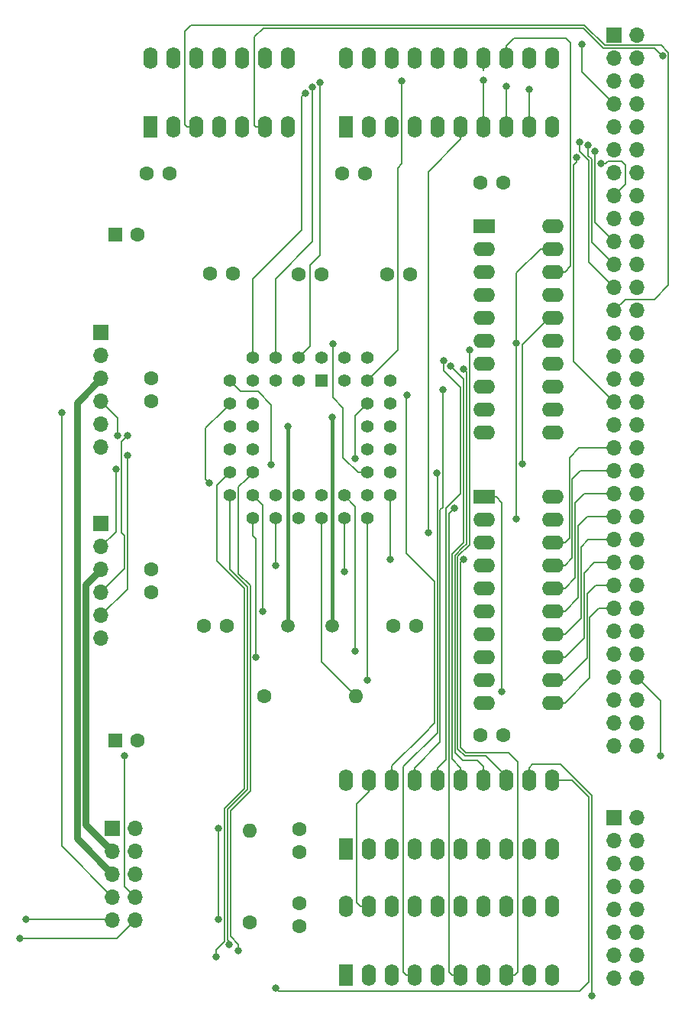
<source format=gbr>
G04 #@! TF.GenerationSoftware,KiCad,Pcbnew,(5.1.5-0-10_14)*
G04 #@! TF.CreationDate,2021-03-01T23:13:27+00:00*
G04 #@! TF.ProjectId,mc68681-basic,6d633638-3638-4312-9d62-617369632e6b,rev?*
G04 #@! TF.SameCoordinates,Original*
G04 #@! TF.FileFunction,Copper,L1,Top*
G04 #@! TF.FilePolarity,Positive*
%FSLAX46Y46*%
G04 Gerber Fmt 4.6, Leading zero omitted, Abs format (unit mm)*
G04 Created by KiCad (PCBNEW (5.1.5-0-10_14)) date 2021-03-01 23:13:27*
%MOMM*%
%LPD*%
G04 APERTURE LIST*
%ADD10O,1.600000X2.400000*%
%ADD11R,1.600000X2.400000*%
%ADD12C,1.500000*%
%ADD13O,1.700000X1.700000*%
%ADD14R,1.700000X1.700000*%
%ADD15O,1.600000X1.600000*%
%ADD16C,1.600000*%
%ADD17C,1.422400*%
%ADD18R,1.422400X1.422400*%
%ADD19C,1.600200*%
%ADD20O,2.400000X1.600000*%
%ADD21R,2.400000X1.600000*%
%ADD22R,1.600000X1.600000*%
%ADD23C,0.800000*%
%ADD24C,0.400000*%
%ADD25C,0.150000*%
%ADD26C,0.800000*%
G04 APERTURE END LIST*
D10*
X88700000Y-51430000D03*
X111560000Y-59050000D03*
X91240000Y-51430000D03*
X109020000Y-59050000D03*
X93780000Y-51430000D03*
X106480000Y-59050000D03*
X96320000Y-51430000D03*
X103940000Y-59050000D03*
X98860000Y-51430000D03*
X101400000Y-59050000D03*
X101400000Y-51430000D03*
X98860000Y-59050000D03*
X103940000Y-51430000D03*
X96320000Y-59050000D03*
X106480000Y-51430000D03*
X93780000Y-59050000D03*
X109020000Y-51430000D03*
X91240000Y-59050000D03*
X111560000Y-51430000D03*
D11*
X88700000Y-59050000D03*
D12*
X87150000Y-114340000D03*
X82270000Y-114340000D03*
D13*
X65360000Y-146890000D03*
X62820000Y-146890000D03*
X65360000Y-144350000D03*
X62820000Y-144350000D03*
X65360000Y-141810000D03*
X62820000Y-141810000D03*
X65360000Y-139270000D03*
X62820000Y-139270000D03*
X65360000Y-136730000D03*
D14*
X62820000Y-136730000D03*
D15*
X89800000Y-122120000D03*
D16*
X79640000Y-122120000D03*
D17*
X93610000Y-87156350D03*
X93610000Y-89696350D03*
X93610000Y-92236350D03*
X93610000Y-94776350D03*
X93610000Y-97316350D03*
X91070000Y-84616350D03*
X91070000Y-89696350D03*
X91070000Y-92236350D03*
X91070000Y-94776350D03*
X91070000Y-97316350D03*
X91070000Y-99856350D03*
X91070000Y-102396350D03*
X88530000Y-102396350D03*
X85990000Y-102396350D03*
X83450000Y-102396350D03*
X80910000Y-102396350D03*
X78370000Y-102396350D03*
X93610000Y-99856350D03*
X88530000Y-99856350D03*
X85990000Y-99856350D03*
X83450000Y-99856350D03*
X80910000Y-99856350D03*
X78370000Y-99856350D03*
X75830000Y-99856350D03*
X75830000Y-97316350D03*
X75830000Y-94776350D03*
X75830000Y-92236350D03*
X75830000Y-89696350D03*
X75830000Y-87156350D03*
X78370000Y-97316350D03*
X78370000Y-94776350D03*
X78370000Y-92236350D03*
X78370000Y-89696350D03*
X78370000Y-87156350D03*
X88530000Y-84616350D03*
X85990000Y-84616350D03*
X78370000Y-84616350D03*
X80910000Y-84616350D03*
X83450000Y-84616350D03*
X91070000Y-87156350D03*
X88530000Y-87156350D03*
X80910000Y-87156350D03*
X83450000Y-87156350D03*
D18*
X85990000Y-87156350D03*
D10*
X88700000Y-131380000D03*
X111560000Y-139000000D03*
X91240000Y-131380000D03*
X109020000Y-139000000D03*
X93780000Y-131380000D03*
X106480000Y-139000000D03*
X96320000Y-131380000D03*
X103940000Y-139000000D03*
X98860000Y-131380000D03*
X101400000Y-139000000D03*
X101400000Y-131380000D03*
X98860000Y-139000000D03*
X103940000Y-131380000D03*
X96320000Y-139000000D03*
X106480000Y-131380000D03*
X93780000Y-139000000D03*
X109020000Y-131380000D03*
X91240000Y-139000000D03*
X111560000Y-131380000D03*
D11*
X88700000Y-139000000D03*
D19*
X93235800Y-75355000D03*
X95775800Y-75355000D03*
X67100000Y-108080000D03*
X67100000Y-110620000D03*
X83450000Y-75355000D03*
X85990000Y-75355000D03*
X103644200Y-126450000D03*
X106184200Y-126450000D03*
X83500000Y-145044200D03*
X83500000Y-147584200D03*
X83500000Y-136815800D03*
X83500000Y-139355800D03*
X67100000Y-86920000D03*
X67100000Y-89460000D03*
X73664200Y-75280000D03*
X76204200Y-75280000D03*
X93920000Y-114340000D03*
X96460000Y-114340000D03*
X106184200Y-65175000D03*
X103644200Y-65175000D03*
X72980000Y-114340000D03*
X75520000Y-114340000D03*
X66594200Y-64200000D03*
X69134200Y-64200000D03*
X88294200Y-64200000D03*
X90834200Y-64200000D03*
D15*
X78025000Y-137015000D03*
D16*
X78025000Y-147175000D03*
D13*
X61550000Y-115700000D03*
X61550000Y-113160000D03*
X61550000Y-110620000D03*
X61550000Y-108080000D03*
X61550000Y-105540000D03*
D14*
X61550000Y-103000000D03*
D13*
X61550000Y-94540000D03*
X61550000Y-92000000D03*
X61550000Y-89460000D03*
X61550000Y-86920000D03*
X61550000Y-84380000D03*
D14*
X61550000Y-81840000D03*
D13*
X121000000Y-153380000D03*
X118460000Y-153380000D03*
X121000000Y-150840000D03*
X118460000Y-150840000D03*
X121000000Y-148300000D03*
X118460000Y-148300000D03*
X121000000Y-145760000D03*
X118460000Y-145760000D03*
X121000000Y-143220000D03*
X118460000Y-143220000D03*
X121000000Y-140680000D03*
X118460000Y-140680000D03*
X121000000Y-138140000D03*
X118460000Y-138140000D03*
X121000000Y-135600000D03*
D14*
X118460000Y-135600000D03*
D13*
X121000000Y-127640000D03*
X118460000Y-127640000D03*
X121000000Y-125100000D03*
X118460000Y-125100000D03*
X121000000Y-122560000D03*
X118460000Y-122560000D03*
X121000000Y-120020000D03*
X118460000Y-120020000D03*
X121000000Y-117480000D03*
X118460000Y-117480000D03*
X121000000Y-114940000D03*
X118460000Y-114940000D03*
X121000000Y-112400000D03*
X118460000Y-112400000D03*
X121000000Y-109860000D03*
X118460000Y-109860000D03*
X121000000Y-107320000D03*
X118460000Y-107320000D03*
X121000000Y-104780000D03*
X118460000Y-104780000D03*
X121000000Y-102240000D03*
X118460000Y-102240000D03*
X121000000Y-99700000D03*
X118460000Y-99700000D03*
X121000000Y-97160000D03*
X118460000Y-97160000D03*
X121000000Y-94620000D03*
X118460000Y-94620000D03*
X121000000Y-92080000D03*
X118460000Y-92080000D03*
X121000000Y-89540000D03*
X118460000Y-89540000D03*
X121000000Y-87000000D03*
X118460000Y-87000000D03*
X121000000Y-84460000D03*
X118460000Y-84460000D03*
X121000000Y-81920000D03*
X118460000Y-81920000D03*
X121000000Y-79380000D03*
X118460000Y-79380000D03*
X121000000Y-76840000D03*
X118460000Y-76840000D03*
X121000000Y-74300000D03*
X118460000Y-74300000D03*
X121000000Y-71760000D03*
X118460000Y-71760000D03*
X121000000Y-69220000D03*
X118460000Y-69220000D03*
X121000000Y-66680000D03*
X118460000Y-66680000D03*
X121000000Y-64140000D03*
X118460000Y-64140000D03*
X121000000Y-61600000D03*
X118460000Y-61600000D03*
X121000000Y-59060000D03*
X118460000Y-59060000D03*
X121000000Y-56520000D03*
X118460000Y-56520000D03*
X121000000Y-53980000D03*
X118460000Y-53980000D03*
X121000000Y-51440000D03*
X118460000Y-51440000D03*
X121000000Y-48900000D03*
D14*
X118460000Y-48900000D03*
D20*
X111620000Y-70000000D03*
X104000000Y-92860000D03*
X111620000Y-72540000D03*
X104000000Y-90320000D03*
X111620000Y-75080000D03*
X104000000Y-87780000D03*
X111620000Y-77620000D03*
X104000000Y-85240000D03*
X111620000Y-80160000D03*
X104000000Y-82700000D03*
X111620000Y-82700000D03*
X104000000Y-80160000D03*
X111620000Y-85240000D03*
X104000000Y-77620000D03*
X111620000Y-87780000D03*
X104000000Y-75080000D03*
X111620000Y-90320000D03*
X104000000Y-72540000D03*
X111620000Y-92860000D03*
D21*
X104000000Y-70000000D03*
D10*
X67000000Y-51430000D03*
X82240000Y-59050000D03*
X69540000Y-51430000D03*
X79700000Y-59050000D03*
X72080000Y-51430000D03*
X77160000Y-59050000D03*
X74620000Y-51430000D03*
X74620000Y-59050000D03*
X77160000Y-51430000D03*
X72080000Y-59050000D03*
X79700000Y-51430000D03*
X69540000Y-59050000D03*
X82240000Y-51430000D03*
D11*
X67000000Y-59050000D03*
D10*
X88700000Y-145380000D03*
X111560000Y-153000000D03*
X91240000Y-145380000D03*
X109020000Y-153000000D03*
X93780000Y-145380000D03*
X106480000Y-153000000D03*
X96320000Y-145380000D03*
X103940000Y-153000000D03*
X98860000Y-145380000D03*
X101400000Y-153000000D03*
X101400000Y-145380000D03*
X98860000Y-153000000D03*
X103940000Y-145380000D03*
X96320000Y-153000000D03*
X106480000Y-145380000D03*
X93780000Y-153000000D03*
X109020000Y-145380000D03*
X91240000Y-153000000D03*
X111560000Y-145380000D03*
D11*
X88700000Y-153000000D03*
D20*
X111620000Y-100000000D03*
X104000000Y-122860000D03*
X111620000Y-102540000D03*
X104000000Y-120320000D03*
X111620000Y-105080000D03*
X104000000Y-117780000D03*
X111620000Y-107620000D03*
X104000000Y-115240000D03*
X111620000Y-110160000D03*
X104000000Y-112700000D03*
X111620000Y-112700000D03*
X104000000Y-110160000D03*
X111620000Y-115240000D03*
X104000000Y-107620000D03*
X111620000Y-117780000D03*
X104000000Y-105080000D03*
X111620000Y-120320000D03*
X104000000Y-102540000D03*
X111620000Y-122860000D03*
D21*
X104000000Y-100000000D03*
D16*
X65592621Y-127000000D03*
D22*
X63092621Y-127000000D03*
D16*
X65592621Y-71000000D03*
D22*
X63092621Y-71000000D03*
D23*
X87170000Y-91190000D03*
X101738436Y-85905872D03*
X102410000Y-83730000D03*
X80910000Y-107620000D03*
X79470000Y-112690000D03*
X99554903Y-84926493D03*
X78750000Y-117790000D03*
X107572298Y-83022298D03*
X107550000Y-102500000D03*
X75790000Y-149590000D03*
X89700000Y-95740000D03*
X76790000Y-150325000D03*
X74290000Y-150980000D03*
X63199999Y-96970000D03*
X115975000Y-155325000D03*
X63370000Y-93250000D03*
X64500000Y-95450000D03*
X64525000Y-93225000D03*
X80875000Y-154424990D03*
X87240000Y-83040000D03*
X57210000Y-90710000D03*
X98810000Y-97340000D03*
X106000000Y-121575000D03*
X73530000Y-98460000D03*
X100747937Y-101267937D03*
X95470000Y-88767551D03*
X101750030Y-106970000D03*
X93630000Y-106970000D03*
X108222298Y-96387551D03*
X80430000Y-96460000D03*
X91080000Y-120330000D03*
X109020000Y-54875010D03*
X84190000Y-55270000D03*
X89740000Y-117070000D03*
X99460000Y-88120000D03*
X88540000Y-108270000D03*
X106480000Y-54550000D03*
X85006047Y-54625009D03*
X100320000Y-85545149D03*
X97820000Y-103960000D03*
X103930000Y-53900000D03*
X85844796Y-54127889D03*
X74584301Y-146790000D03*
X74570000Y-136730000D03*
X123800000Y-51125000D03*
X114583376Y-60700010D03*
X52560000Y-148910000D03*
X114850000Y-49890000D03*
X115536612Y-61050020D03*
X116300000Y-61725000D03*
X114275000Y-62375020D03*
X116950000Y-63125000D03*
X123600000Y-128750000D03*
X64170000Y-128730000D03*
X94920000Y-53974989D03*
X53200000Y-146860000D03*
X82310000Y-92230000D03*
D24*
X87150000Y-91210000D02*
X87170000Y-91190000D01*
X87150000Y-114340000D02*
X87150000Y-91210000D01*
D25*
X103940000Y-131380000D02*
X103940000Y-130099633D01*
X103940000Y-130099633D02*
X103940000Y-129915000D01*
X103940000Y-129915000D02*
X103225000Y-129200000D01*
X101625000Y-129200000D02*
X100775020Y-128350020D01*
X103225000Y-129200000D02*
X101625000Y-129200000D01*
X100775020Y-128350020D02*
X100775020Y-127700000D01*
X100775020Y-127700000D02*
X100775020Y-116400000D01*
X100775020Y-106515347D02*
X101690368Y-105600000D01*
X100775020Y-116400000D02*
X100775020Y-106515347D01*
X101690368Y-105600000D02*
X102074990Y-105215378D01*
X102074990Y-105215378D02*
X102074990Y-95875000D01*
X102074990Y-95875000D02*
X102074990Y-95859623D01*
X102074990Y-86242426D02*
X101738436Y-85905872D01*
X102074990Y-95875000D02*
X102074990Y-86242426D01*
X106480000Y-130980000D02*
X104225000Y-128725000D01*
X106480000Y-131380000D02*
X106480000Y-130980000D01*
X104225000Y-128725000D02*
X103025000Y-128725000D01*
X101875000Y-128725000D02*
X101100030Y-127950030D01*
X101100030Y-127950030D02*
X101100030Y-116265377D01*
X103025000Y-128725000D02*
X101875000Y-128725000D01*
X101100030Y-116265377D02*
X101100030Y-125525000D01*
X102410000Y-95715000D02*
X102400000Y-95725000D01*
X101100030Y-106649970D02*
X101100030Y-116265377D01*
X102410000Y-105340000D02*
X101100030Y-106649970D01*
X102410000Y-83730000D02*
X102410000Y-105340000D01*
X80910000Y-107620000D02*
X80910000Y-102396350D01*
X79470000Y-100956350D02*
X78370000Y-99856350D01*
X79470000Y-112690000D02*
X79470000Y-100956350D01*
X99799990Y-129090010D02*
X99799990Y-128884623D01*
X98860000Y-130030000D02*
X99799990Y-129090010D01*
X98860000Y-131380000D02*
X98860000Y-130030000D01*
X99799990Y-128884623D02*
X99799990Y-118399990D01*
X99799990Y-101296645D02*
X101424970Y-99671665D01*
X99799990Y-118399990D02*
X99799990Y-101296645D01*
X101424970Y-99671665D02*
X101424970Y-96400000D01*
X101424970Y-96400000D02*
X101424970Y-87894970D01*
X99554903Y-86024903D02*
X99554903Y-84926493D01*
X101424970Y-87894970D02*
X99554903Y-86024903D01*
X78370000Y-104320000D02*
X78370000Y-102396350D01*
X78750000Y-104700000D02*
X78370000Y-104320000D01*
X78750000Y-117790000D02*
X78750000Y-104700000D01*
X110270000Y-72540000D02*
X107572298Y-75237702D01*
X107572298Y-75237702D02*
X107572298Y-83022298D01*
X111620000Y-72540000D02*
X110270000Y-72540000D01*
X107572298Y-102477702D02*
X107550000Y-102500000D01*
X107572298Y-83022298D02*
X107572298Y-102477702D01*
X77774990Y-110025377D02*
X77584602Y-109834990D01*
X75830000Y-108080388D02*
X75830000Y-99856350D01*
X77584602Y-109834990D02*
X75830000Y-108080388D01*
X77774990Y-132455377D02*
X77774990Y-110025377D01*
X75559311Y-149149311D02*
X75559311Y-134671055D01*
X75559311Y-134671055D02*
X77774990Y-132455377D01*
X75790000Y-149380000D02*
X75559311Y-149149311D01*
X75790000Y-149590000D02*
X75790000Y-149380000D01*
X89700000Y-91066350D02*
X91070000Y-89696350D01*
X89700000Y-95740000D02*
X89700000Y-91066350D01*
X76791201Y-98895149D02*
X77658801Y-98027549D01*
X77658801Y-98027549D02*
X78370000Y-97316350D01*
X76791201Y-108561201D02*
X76791201Y-98895149D01*
X78099999Y-109869999D02*
X76791201Y-108561201D01*
X75884321Y-134805677D02*
X78100000Y-132590000D01*
X75884321Y-148722319D02*
X75884321Y-134805677D01*
X76790000Y-149627998D02*
X75884321Y-148722319D01*
X78100000Y-132590000D02*
X78099999Y-109869999D01*
X76790000Y-150325000D02*
X76790000Y-149627998D01*
X74420000Y-107130020D02*
X74420000Y-98726350D01*
X77449980Y-110160000D02*
X74420000Y-107130020D01*
X74420000Y-98726350D02*
X75830000Y-97316350D01*
X77449980Y-132320754D02*
X77449980Y-110160000D01*
X75234301Y-134536433D02*
X77449980Y-132320754D01*
X74290000Y-150192057D02*
X75234301Y-149247756D01*
X75234301Y-149247756D02*
X75234301Y-134536433D01*
X74290000Y-150980000D02*
X74290000Y-150192057D01*
X61550000Y-105540000D02*
X63199999Y-103890001D01*
X63199999Y-96970000D02*
X63199999Y-103890001D01*
X109020000Y-130030000D02*
X109020000Y-131380000D01*
X109400000Y-129650000D02*
X109020000Y-130030000D01*
X112509633Y-129650000D02*
X109400000Y-129650000D01*
X115975000Y-133115367D02*
X112509633Y-129650000D01*
X115975000Y-155325000D02*
X115975000Y-133115367D01*
X63370000Y-91280000D02*
X61550000Y-89460000D01*
X63370000Y-93250000D02*
X63370000Y-91280000D01*
X61550000Y-113160000D02*
X64500000Y-110210000D01*
X64500000Y-110210000D02*
X64500000Y-95450000D01*
X61550000Y-110620000D02*
X64174990Y-107995010D01*
X64174990Y-107995010D02*
X64174990Y-104300000D01*
X63849999Y-93900001D02*
X64525000Y-93225000D01*
X63849999Y-103975009D02*
X63849999Y-93900001D01*
X64174990Y-104300000D02*
X63849999Y-103975009D01*
X115649990Y-133249990D02*
X113780000Y-131380000D01*
X113780000Y-131380000D02*
X111560000Y-131380000D01*
X114600011Y-154824989D02*
X115649990Y-153775010D01*
X81274999Y-154824989D02*
X114600011Y-154824989D01*
X115649990Y-153775010D02*
X115649990Y-133249990D01*
X80875000Y-154424990D02*
X81274999Y-154824989D01*
X87240000Y-83040000D02*
X87240000Y-89000000D01*
X87240000Y-89000000D02*
X88400000Y-90160000D01*
X88400000Y-95652138D02*
X90064212Y-97316350D01*
X90064212Y-97316350D02*
X91070000Y-97316350D01*
X88400000Y-90160000D02*
X88400000Y-95652138D01*
X57210000Y-138740000D02*
X62820000Y-144350000D01*
X57210000Y-90710000D02*
X57210000Y-138740000D01*
X95370000Y-153000000D02*
X95050000Y-152680000D01*
X96320000Y-153000000D02*
X95370000Y-153000000D01*
X95050000Y-152680000D02*
X95050000Y-130375000D01*
X95050000Y-130375000D02*
X95050000Y-130150000D01*
X95050000Y-130150000D02*
X95050000Y-129925000D01*
X95050000Y-129925000D02*
X98824960Y-126150040D01*
X98824960Y-126150040D02*
X98824960Y-124350000D01*
X98824960Y-100850040D02*
X98825000Y-100850000D01*
X98824960Y-124350000D02*
X98824960Y-100850040D01*
X98824960Y-97354960D02*
X98810000Y-97340000D01*
X98824960Y-100850040D02*
X98824960Y-97354960D01*
X105350000Y-100000000D02*
X104000000Y-100000000D01*
X106000000Y-100650000D02*
X105350000Y-100000000D01*
X106000000Y-121575000D02*
X106000000Y-100650000D01*
X75118801Y-90407549D02*
X75830000Y-89696350D01*
X73130001Y-92396349D02*
X75118801Y-90407549D01*
X73130001Y-98060001D02*
X73130001Y-92396349D01*
X73530000Y-98460000D02*
X73130001Y-98060001D01*
X100450000Y-153000000D02*
X101400000Y-153000000D01*
X100125000Y-152675000D02*
X100450000Y-153000000D01*
X100125000Y-104400000D02*
X100125000Y-152675000D01*
X100125000Y-104400000D02*
X100125000Y-104124990D01*
X100125000Y-101890874D02*
X100747937Y-101267937D01*
X100125000Y-104124990D02*
X100125000Y-101890874D01*
X93780000Y-131380000D02*
X93780000Y-130030000D01*
X93780000Y-130030000D02*
X93780000Y-129870000D01*
X93780000Y-129870000D02*
X93780000Y-129820000D01*
X93780000Y-129820000D02*
X97300000Y-126300000D01*
X97300000Y-126300000D02*
X98499950Y-125100050D01*
X98499950Y-109389950D02*
X95390000Y-106280000D01*
X98499950Y-125100050D02*
X98499950Y-109389950D01*
X95390000Y-88847551D02*
X95470000Y-88767551D01*
X95390000Y-106280000D02*
X95390000Y-88847551D01*
X107430000Y-153000000D02*
X107775000Y-152655000D01*
X106749990Y-128399990D02*
X102009622Y-128399990D01*
X102009622Y-128399990D02*
X101425040Y-127815408D01*
X107775000Y-152655000D02*
X107775000Y-129425000D01*
X107775000Y-129425000D02*
X106749990Y-128399990D01*
X106480000Y-153000000D02*
X107430000Y-153000000D01*
X101425040Y-127815408D02*
X101425040Y-107299960D01*
X101425040Y-107294990D02*
X101750030Y-106970000D01*
X101425040Y-107299960D02*
X101425040Y-107294990D01*
X93630000Y-99876350D02*
X93610000Y-99856350D01*
X93630000Y-106970000D02*
X93630000Y-99876350D01*
X111220000Y-80160000D02*
X108225000Y-83155000D01*
X111620000Y-80160000D02*
X111220000Y-80160000D01*
X108225000Y-83155000D02*
X108225000Y-95947298D01*
X108225000Y-95947298D02*
X108222298Y-95950000D01*
X108225000Y-96384849D02*
X108222298Y-96387551D01*
X108225000Y-95947298D02*
X108225000Y-96384849D01*
X80430000Y-96460000D02*
X80430000Y-89810000D01*
X80430000Y-89810000D02*
X78960000Y-88340000D01*
X77013650Y-88340000D02*
X75830000Y-87156350D01*
X78960000Y-88340000D02*
X77013650Y-88340000D01*
X91080000Y-102406350D02*
X91070000Y-102396350D01*
X91080000Y-120330000D02*
X91080000Y-102406350D01*
X109020000Y-54875010D02*
X109020000Y-59050000D01*
X83790001Y-55669999D02*
X83790001Y-70489999D01*
X84190000Y-55270000D02*
X83790001Y-55669999D01*
X78370000Y-75910000D02*
X78370000Y-84616350D01*
X83790001Y-70489999D02*
X78370000Y-75910000D01*
X89740000Y-101066350D02*
X88530000Y-99856350D01*
X89740000Y-117070000D02*
X89740000Y-101066350D01*
X96320000Y-130030000D02*
X99149970Y-127200030D01*
X96320000Y-131380000D02*
X96320000Y-130030000D01*
X99149970Y-127200030D02*
X99149970Y-118130744D01*
X99149970Y-101487032D02*
X99475001Y-101162001D01*
X99475001Y-101162001D02*
X99475001Y-100537999D01*
X99149970Y-118130744D02*
X99149970Y-101487032D01*
X99475001Y-88205001D02*
X99380000Y-88110000D01*
X99475001Y-100537999D02*
X99475001Y-88205001D01*
X88540000Y-102406350D02*
X88530000Y-102396350D01*
X88540000Y-108270000D02*
X88540000Y-102406350D01*
X106480000Y-54550000D02*
X106480000Y-59050000D01*
X85006047Y-54625009D02*
X85006047Y-71743953D01*
X80910000Y-75840000D02*
X80910000Y-84616350D01*
X85006047Y-71743953D02*
X80910000Y-75840000D01*
X101400000Y-130030000D02*
X100450010Y-129080010D01*
X101400000Y-131380000D02*
X101400000Y-130030000D01*
X100450010Y-129080010D02*
X100450010Y-128884623D01*
X100450010Y-128884623D02*
X100450010Y-112074990D01*
X100450010Y-106380724D02*
X100755735Y-106075000D01*
X100450010Y-112074990D02*
X100450010Y-106380724D01*
X100755735Y-106075000D02*
X101705736Y-105125000D01*
X101705736Y-105125000D02*
X101749980Y-105080756D01*
X101749980Y-105080756D02*
X101749980Y-96075000D01*
X101749980Y-96075000D02*
X101749980Y-96009623D01*
X101749980Y-96009623D02*
X101749980Y-88050000D01*
X101749980Y-86975129D02*
X100320000Y-85545149D01*
X101749980Y-88050000D02*
X101749980Y-86975129D01*
X101400000Y-60400000D02*
X101400000Y-59050000D01*
X97809990Y-63990010D02*
X101400000Y-60400000D01*
X97809990Y-103949990D02*
X97809990Y-63990010D01*
X97820000Y-103960000D02*
X97809990Y-103949990D01*
X85990000Y-118310000D02*
X89800000Y-122120000D01*
X85990000Y-102396350D02*
X85990000Y-118310000D01*
X104600000Y-58390000D02*
X103940000Y-59050000D01*
X103930000Y-59040000D02*
X103940000Y-59050000D01*
X103930000Y-53900000D02*
X103930000Y-59040000D01*
X84161199Y-83905151D02*
X83450000Y-84616350D01*
X84710000Y-83356350D02*
X84161199Y-83905151D01*
X84710000Y-74370000D02*
X84710000Y-83356350D01*
X85844796Y-73235204D02*
X84710000Y-74370000D01*
X85844796Y-54127889D02*
X85844796Y-73235204D01*
X116700000Y-112400000D02*
X118460000Y-112400000D01*
X115750060Y-120079940D02*
X115750060Y-113349940D01*
X112970000Y-122860000D02*
X115750060Y-120079940D01*
X115750060Y-113349940D02*
X116700000Y-112400000D01*
X111620000Y-122860000D02*
X112970000Y-122860000D01*
X115425050Y-110799950D02*
X116365000Y-109860000D01*
X115425050Y-117864950D02*
X115425050Y-110799950D01*
X116365000Y-109860000D02*
X118460000Y-109860000D01*
X112970000Y-120320000D02*
X115425050Y-117864950D01*
X111620000Y-120320000D02*
X112970000Y-120320000D01*
X112970000Y-117780000D02*
X115100040Y-115649960D01*
X111620000Y-117780000D02*
X112970000Y-117780000D01*
X115100040Y-115649960D02*
X115100040Y-108474960D01*
X116255000Y-107320000D02*
X118460000Y-107320000D01*
X115100040Y-108474960D02*
X116255000Y-107320000D01*
X115570000Y-104780000D02*
X118460000Y-104780000D01*
X114775030Y-105574970D02*
X115570000Y-104780000D01*
X114775030Y-113434970D02*
X114775030Y-105574970D01*
X112970000Y-115240000D02*
X114775030Y-113434970D01*
X111620000Y-115240000D02*
X112970000Y-115240000D01*
X115460000Y-102240000D02*
X118460000Y-102240000D01*
X114450030Y-104978869D02*
X114450030Y-103249970D01*
X114450030Y-103249970D02*
X115460000Y-102240000D01*
X114450020Y-111219980D02*
X114450020Y-104978879D01*
X114450020Y-104978879D02*
X114450030Y-104978869D01*
X112970000Y-112700000D02*
X114450020Y-111219980D01*
X111620000Y-112700000D02*
X112970000Y-112700000D01*
X112970000Y-110160000D02*
X114125010Y-109004990D01*
X111620000Y-110160000D02*
X112970000Y-110160000D01*
X114125010Y-104844256D02*
X114125020Y-104844246D01*
X114125010Y-109004990D02*
X114125010Y-104844256D01*
X114125020Y-104844246D02*
X114125020Y-100674980D01*
X115100000Y-99700000D02*
X118460000Y-99700000D01*
X114125020Y-100674980D02*
X115100000Y-99700000D01*
X112970000Y-107620000D02*
X113800000Y-106790000D01*
X111620000Y-107620000D02*
X112970000Y-107620000D01*
X113800000Y-104709633D02*
X113800010Y-104709623D01*
X113800000Y-106790000D02*
X113800000Y-104709633D01*
X113800010Y-104709623D02*
X113800010Y-98074990D01*
X114715000Y-97160000D02*
X118460000Y-97160000D01*
X113800010Y-98074990D02*
X114715000Y-97160000D01*
X112970000Y-105080000D02*
X113475000Y-104575000D01*
X111620000Y-105080000D02*
X112970000Y-105080000D01*
X113475000Y-104575000D02*
X113475000Y-95700000D01*
X114555000Y-94620000D02*
X118460000Y-94620000D01*
X113475000Y-95700000D02*
X114555000Y-94620000D01*
X91240000Y-132730000D02*
X89900000Y-134070000D01*
X91240000Y-131380000D02*
X91240000Y-132730000D01*
X90290000Y-145380000D02*
X91240000Y-145380000D01*
X89900000Y-144990000D02*
X90290000Y-145380000D01*
X89900000Y-134070000D02*
X89900000Y-144990000D01*
X74584301Y-136744301D02*
X74570000Y-136730000D01*
X74584301Y-146790000D02*
X74584301Y-136744301D01*
X78550000Y-49075000D02*
X79549990Y-48075010D01*
X78750000Y-59050000D02*
X78550000Y-58850000D01*
X78550000Y-58850000D02*
X78550000Y-49125000D01*
X78550000Y-49125000D02*
X78550000Y-49075000D01*
X81775000Y-48075010D02*
X115025376Y-48075010D01*
X79549990Y-48075010D02*
X81775000Y-48075010D01*
X115025376Y-48075010D02*
X117275376Y-50325011D01*
X79700000Y-59050000D02*
X78750000Y-59050000D01*
X122925011Y-50325011D02*
X123725000Y-51125000D01*
X117275376Y-50325011D02*
X122925011Y-50325011D01*
X119715000Y-78125000D02*
X118460000Y-79380000D01*
X71550000Y-47750000D02*
X115159998Y-47750000D01*
X122900000Y-78125000D02*
X119715000Y-78125000D01*
X123637003Y-50000001D02*
X124450001Y-50812999D01*
X124450001Y-76574999D02*
X122900000Y-78125000D01*
X117409999Y-50000001D02*
X123637003Y-50000001D01*
X115159998Y-47750000D02*
X117409999Y-50000001D01*
X124450001Y-50812999D02*
X124450001Y-76574999D01*
X71130000Y-59050000D02*
X70850000Y-58770000D01*
X70850000Y-58770000D02*
X70850000Y-48450000D01*
X70850000Y-48450000D02*
X71550000Y-47750000D01*
X72080000Y-59050000D02*
X71130000Y-59050000D01*
X112970000Y-75080000D02*
X113625000Y-74425000D01*
X111620000Y-75080000D02*
X112970000Y-75080000D01*
X113625000Y-74425000D02*
X113625000Y-49725000D01*
X113625000Y-49725000D02*
X113125000Y-49225000D01*
X107335000Y-49225000D02*
X106480000Y-50080000D01*
X106480000Y-50080000D02*
X106480000Y-51430000D01*
X113125000Y-49225000D02*
X107335000Y-49225000D01*
X115649980Y-74029980D02*
X118460000Y-76840000D01*
X114583376Y-61718019D02*
X115649980Y-62784623D01*
X115649980Y-62784623D02*
X115649980Y-74029980D01*
X114583376Y-60700010D02*
X114583376Y-61718019D01*
X103940000Y-52780000D02*
X103950000Y-52790000D01*
X103940000Y-51430000D02*
X103940000Y-52780000D01*
X63340000Y-148910000D02*
X52560000Y-148910000D01*
X65360000Y-146890000D02*
X63340000Y-148910000D01*
X114850000Y-52910000D02*
X118460000Y-56520000D01*
X114850000Y-49890000D02*
X114850000Y-52910000D01*
X115974990Y-71814990D02*
X118460000Y-74300000D01*
X115561622Y-62211622D02*
X115974990Y-62624990D01*
X115974990Y-62624990D02*
X115974990Y-71814990D01*
X115536612Y-62211622D02*
X115561622Y-62211622D01*
X115536612Y-61050020D02*
X115536612Y-62211622D01*
X116300000Y-69600000D02*
X118460000Y-71760000D01*
X116300000Y-61725000D02*
X116300000Y-69600000D01*
X113950010Y-85030010D02*
X118460000Y-89540000D01*
X113950010Y-63265695D02*
X113950010Y-85030010D01*
X114275000Y-62940705D02*
X113950010Y-63265695D01*
X114275000Y-62375020D02*
X114275000Y-62940705D01*
X117515685Y-63125000D02*
X117765685Y-62875000D01*
X116950000Y-63125000D02*
X117515685Y-63125000D01*
X117765685Y-62875000D02*
X119300000Y-62875000D01*
X119300000Y-62875000D02*
X119725000Y-63300000D01*
X119725000Y-65415000D02*
X118460000Y-66680000D01*
X119725000Y-63300000D02*
X119725000Y-65415000D01*
X123600000Y-122620000D02*
X121000000Y-120020000D01*
X123600000Y-128750000D02*
X123600000Y-122620000D01*
X64170000Y-143160000D02*
X65360000Y-144350000D01*
X64170000Y-128730000D02*
X64170000Y-143160000D01*
D26*
X58874990Y-89595010D02*
X61550000Y-86920000D01*
X58874990Y-137864990D02*
X62820000Y-141810000D01*
X58874990Y-89595010D02*
X58874990Y-137864990D01*
X59850000Y-109780000D02*
X61550000Y-108080000D01*
X59850000Y-136300000D02*
X62820000Y-139270000D01*
X59850000Y-109780000D02*
X59850000Y-136300000D01*
D25*
X91070000Y-87156350D02*
X94450000Y-83776350D01*
X94450000Y-83776350D02*
X94450000Y-63590000D01*
X94920000Y-63120000D02*
X94920000Y-53974989D01*
X94450000Y-63590000D02*
X94920000Y-63120000D01*
X62790000Y-146860000D02*
X62820000Y-146890000D01*
X53200000Y-146860000D02*
X62790000Y-146860000D01*
D24*
X82270000Y-92270000D02*
X82310000Y-92230000D01*
X82270000Y-114340000D02*
X82270000Y-92270000D01*
M02*

</source>
